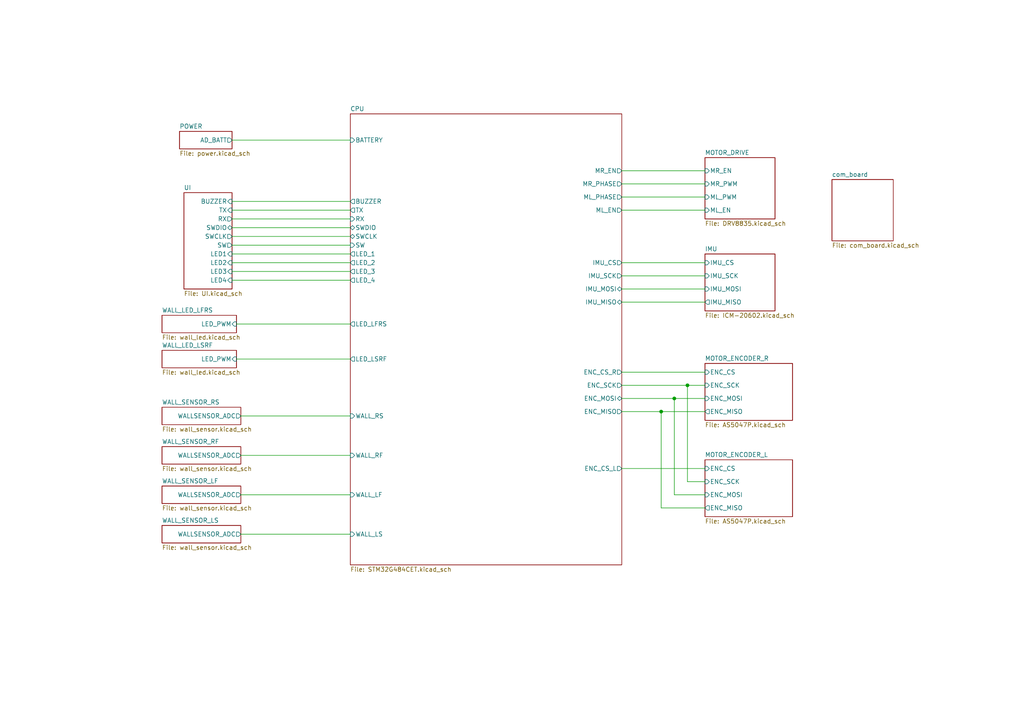
<source format=kicad_sch>
(kicad_sch (version 20211123) (generator eeschema)
  (paper "A4")
  (lib_symbols)
  (junction (at 199.39 111.76))
  (junction (at 191.77 119.38))
  (junction (at 195.58 115.57))
  (wire (pts (xy 101.6 71.12) (xy 67.31 71.12)))
  (wire (pts (xy 180.34 87.63) (xy 204.47 87.63)))
  (wire (pts (xy 101.6 120.65) (xy 69.85 120.65)))
  (wire (pts (xy 204.47 60.96) (xy 180.34 60.96)))
  (wire (pts (xy 199.39 139.7) (xy 204.47 139.7)))
  (wire (pts (xy 180.34 111.76) (xy 199.39 111.76)))
  (wire (pts (xy 67.31 66.04) (xy 101.6 66.04)))
  (wire (pts (xy 199.39 111.76) (xy 199.39 139.7)))
  (wire (pts (xy 101.6 68.58) (xy 67.31 68.58)))
  (wire (pts (xy 69.85 154.94) (xy 101.6 154.94)))
  (wire (pts (xy 68.58 104.14) (xy 101.6 104.14)))
  (wire (pts (xy 204.47 80.01) (xy 180.34 80.01)))
  (wire (pts (xy 180.34 57.15) (xy 204.47 57.15)))
  (wire (pts (xy 180.34 83.82) (xy 204.47 83.82)))
  (wire (pts (xy 67.31 58.42) (xy 101.6 58.42)))
  (wire (pts (xy 195.58 115.57) (xy 180.34 115.57)))
  (wire (pts (xy 101.6 143.51) (xy 69.85 143.51)))
  (wire (pts (xy 191.77 119.38) (xy 191.77 147.32)))
  (wire (pts (xy 101.6 81.28) (xy 67.31 81.28)))
  (wire (pts (xy 69.85 132.08) (xy 101.6 132.08)))
  (wire (pts (xy 101.6 63.5) (xy 67.31 63.5)))
  (wire (pts (xy 195.58 115.57) (xy 195.58 143.51)))
  (wire (pts (xy 67.31 40.64) (xy 101.6 40.64)))
  (wire (pts (xy 191.77 147.32) (xy 204.47 147.32)))
  (wire (pts (xy 191.77 119.38) (xy 204.47 119.38)))
  (wire (pts (xy 180.34 76.2) (xy 204.47 76.2)))
  (wire (pts (xy 195.58 143.51) (xy 204.47 143.51)))
  (wire (pts (xy 101.6 76.2) (xy 67.31 76.2)))
  (wire (pts (xy 67.31 60.96) (xy 101.6 60.96)))
  (wire (pts (xy 67.31 78.74) (xy 101.6 78.74)))
  (wire (pts (xy 101.6 93.98) (xy 68.58 93.98)))
  (wire (pts (xy 180.34 119.38) (xy 191.77 119.38)))
  (wire (pts (xy 204.47 107.95) (xy 180.34 107.95)))
  (wire (pts (xy 204.47 49.53) (xy 180.34 49.53)))
  (wire (pts (xy 204.47 53.34) (xy 180.34 53.34)))
  (wire (pts (xy 67.31 73.66) (xy 101.6 73.66)))
  (wire (pts (xy 204.47 135.89) (xy 180.34 135.89)))
  (wire (pts (xy 204.47 115.57) (xy 195.58 115.57)))
  (wire (pts (xy 199.39 111.76) (xy 204.47 111.76)))
  (sheet (at 52.07 38.1) (size 15.24 5.08)
    (property "Sheet name" "POWER" (at 52.07 37.3884 0) (effects (justify left bottom)))
    (property "Sheet file" "power.kicad_sch" (at 52.07 43.7646 0) (effects (justify left top)))
    (pin "AD_BATT" output (at 67.31 40.64 0))
  )
  (sheet (at 204.47 73.66) (size 20.32 16.51)
    (property "Sheet name" "IMU" (at 204.47 72.9484 0) (effects (justify left bottom)))
    (property "Sheet file" "ICM-20602.kicad_sch" (at 204.47 90.7546 0) (effects (justify left top)))
    (pin "IMU_MISO" output (at 204.47 87.63 180))
    (pin "IMU_CS" input (at 204.47 76.2 180))
    (pin "IMU_MOSI" input (at 204.47 83.82 180))
    (pin "IMU_SCK" input (at 204.47 80.01 180))
  )
  (sheet (at 204.47 45.72) (size 20.32 17.78)
    (property "Sheet name" "MOTOR_DRIVE" (at 204.47 45.0084 0) (effects (justify left bottom)))
    (property "Sheet file" "DRV8835.kicad_sch" (at 204.47 64.0846 0) (effects (justify left top)))
    (pin "MR_PWM" input (at 204.47 53.34 180))
    (pin "ML_PWM" input (at 204.47 57.15 180))
    (pin "ML_EN" input (at 204.47 60.96 180))
    (pin "MR_EN" input (at 204.47 49.53 180))
  )
  (sheet (at 46.99 91.44) (size 21.59 5.08)
    (property "Sheet name" "WALL_LED_LFRS" (at 46.99 90.7284 0) (effects (justify left bottom)))
    (property "Sheet file" "wall_led.kicad_sch" (at 46.99 97.1046 0) (effects (justify left top)))
    (pin "LED_PWM" input (at 68.58 93.98 0))
  )
  (sheet (at 46.99 101.6) (size 21.59 5.08)
    (property "Sheet name" "WALL_LED_LSRF" (at 46.99 100.8884 0) (effects (justify left bottom)))
    (property "Sheet file" "wall_led.kicad_sch" (at 46.99 107.2646 0) (effects (justify left top)))
    (pin "LED_PWM" input (at 68.58 104.14 0))
  )
  (sheet (at 204.47 105.41) (size 25.4 16.51)
    (property "Sheet name" "MOTOR_ENCODER_R" (at 204.47 104.6984 0) (effects (justify left bottom)))
    (property "Sheet file" "AS5047P.kicad_sch" (at 204.47 122.5046 0) (effects (justify left top)))
    (pin "ENC_CS" input (at 204.47 107.95 180))
    (pin "ENC_SCK" input (at 204.47 111.76 180))
    (pin "ENC_MISO" output (at 204.47 119.38 180))
    (pin "ENC_MOSI" input (at 204.47 115.57 180))
  )
  (sheet (at 46.99 118.11) (size 22.86 5.08)
    (property "Sheet name" "WALL_SENSOR_RS" (at 46.99 117.3984 0) (effects (justify left bottom)))
    (property "Sheet file" "wall_sensor.kicad_sch" (at 46.99 123.7746 0) (effects (justify left top)))
    (pin "WALLSENSOR_ADC" output (at 69.85 120.65 0))
  )
  (sheet (at 46.99 129.54) (size 22.86 5.08)
    (property "Sheet name" "WALL_SENSOR_RF" (at 46.99 128.8284 0) (effects (justify left bottom)))
    (property "Sheet file" "wall_sensor.kicad_sch" (at 46.99 135.2046 0) (effects (justify left top)))
    (pin "WALLSENSOR_ADC" output (at 69.85 132.08 0))
  )
  (sheet (at 46.99 152.4) (size 22.86 5.08)
    (property "Sheet name" "WALL_SENSOR_LS" (at 46.99 151.6884 0) (effects (justify left bottom)))
    (property "Sheet file" "wall_sensor.kicad_sch" (at 46.99 158.0646 0) (effects (justify left top)))
    (pin "WALLSENSOR_ADC" output (at 69.85 154.94 0))
  )
  (sheet (at 46.99 140.97) (size 22.86 5.08)
    (property "Sheet name" "WALL_SENSOR_LF" (at 46.99 140.2584 0) (effects (justify left bottom)))
    (property "Sheet file" "wall_sensor.kicad_sch" (at 46.99 146.6346 0) (effects (justify left top)))
    (pin "WALLSENSOR_ADC" output (at 69.85 143.51 0))
  )
  (sheet (at 204.47 133.35) (size 25.4 16.51)
    (property "Sheet name" "MOTOR_ENCODER_L" (at 204.47 132.6384 0) (effects (justify left bottom)))
    (property "Sheet file" "AS5047P.kicad_sch" (at 204.47 150.4446 0) (effects (justify left top)))
    (pin "ENC_CS" input (at 204.47 135.89 180))
    (pin "ENC_SCK" input (at 204.47 139.7 180))
    (pin "ENC_MISO" output (at 204.47 147.32 180))
    (pin "ENC_MOSI" input (at 204.47 143.51 180))
  )
  (sheet (at 53.34 55.88) (size 13.97 27.94)
    (property "Sheet name" "UI" (at 53.34 55.1684 0) (effects (justify left bottom)))
    (property "Sheet file" "UI.kicad_sch" (at 53.34 84.4046 0) (effects (justify left top)))
    (pin "TX" input (at 67.31 60.96 0))
    (pin "RX" output (at 67.31 63.5 0))
    (pin "SWDIO" bidirectional (at 67.31 66.04 0))
    (pin "SWCLK" output (at 67.31 68.58 0))
    (pin "SW" output (at 67.31 71.12 0))
    (pin "BUZZER" input (at 67.31 58.42 0))
    (pin "LED4" input (at 67.31 81.28 0))
    (pin "LED3" input (at 67.31 78.74 0))
    (pin "LED2" input (at 67.31 76.2 0))
    (pin "LED1" input (at 67.31 73.66 0))
  )
  (sheet (at 101.6 33.02) (size 78.74 130.81)
    (property "Sheet name" "CPU" (at 101.6 32.3084 0) (effects (justify left bottom)))
    (property "Sheet file" "STM32G484CET.kicad_sch" (at 101.6 164.4146 0) (effects (justify left top)))
    (pin "SWDIO" bidirectional (at 101.6 66.04 180))
    (pin "SWCLK" bidirectional (at 101.6 68.58 180))
    (pin "SW" input (at 101.6 71.12 180))
    (pin "RX" input (at 101.6 63.5 180))
    (pin "LED_LFRS" output (at 101.6 93.98 180))
    (pin "ML_EN" output (at 180.34 60.96 0))
    (pin "MR_EN" output (at 180.34 49.53 0))
    (pin "ENC_MISO" output (at 180.34 119.38 0))
    (pin "TX" output (at 101.6 60.96 180))
    (pin "ENC_CS_R" output (at 180.34 107.95 0))
    (pin "ENC_MOSI" bidirectional (at 180.34 115.57 0))
    (pin "BATTERY" input (at 101.6 40.64 180))
    (pin "BUZZER" output (at 101.6 58.42 180))
    (pin "MR_PHASE" output (at 180.34 53.34 0))
    (pin "ML_PHASE" output (at 180.34 57.15 0))
    (pin "IMU_CS" output (at 180.34 76.2 0))
    (pin "IMU_MOSI" bidirectional (at 180.34 83.82 0))
    (pin "IMU_MISO" bidirectional (at 180.34 87.63 0))
    (pin "IMU_SCK" output (at 180.34 80.01 0))
    (pin "ENC_CS_L" output (at 180.34 135.89 0))
    (pin "WALL_LS" input (at 101.6 154.94 180))
    (pin "WALL_LF" input (at 101.6 143.51 180))
    (pin "WALL_RF" input (at 101.6 132.08 180))
    (pin "WALL_RS" input (at 101.6 120.65 180))
    (pin "ENC_SCK" output (at 180.34 111.76 0))
    (pin "LED_4" output (at 101.6 81.28 180))
    (pin "LED_3" output (at 101.6 78.74 180))
    (pin "LED_2" output (at 101.6 76.2 180))
    (pin "LED_1" output (at 101.6 73.66 180))
    (pin "LED_LSRF" output (at 101.6 104.14 180))
  )
  (sheet (at 241.3 52.07) (size 17.78 17.78)
    (property "Sheet name" "com_board" (at 241.3 51.3584 0) (effects (justify left bottom)))
    (property "Sheet file" "com_board.kicad_sch" (at 241.3 70.4346 0) (effects (justify left top)))
  )
)
</source>
